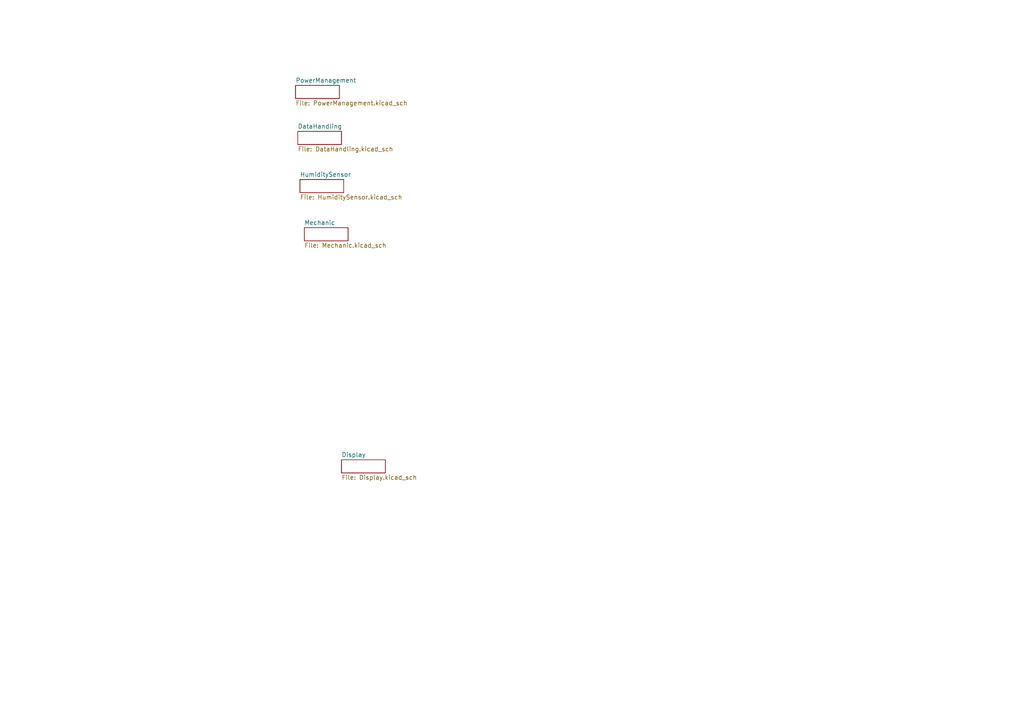
<source format=kicad_sch>
(kicad_sch
	(version 20250114)
	(generator "eeschema")
	(generator_version "9.0")
	(uuid "1ef241b3-83d7-48ae-bcca-b7d0eea44e63")
	(paper "A4")
	(lib_symbols)
	(sheet
		(at 85.725 24.765)
		(size 12.7 3.81)
		(exclude_from_sim no)
		(in_bom yes)
		(on_board yes)
		(dnp no)
		(fields_autoplaced yes)
		(stroke
			(width 0.1524)
			(type solid)
		)
		(fill
			(color 0 0 0 0.0000)
		)
		(uuid "0c2157b4-5762-411a-834e-73665a569667")
		(property "Sheetname" "PowerManagement"
			(at 85.725 24.0534 0)
			(effects
				(font
					(size 1.27 1.27)
				)
				(justify left bottom)
			)
		)
		(property "Sheetfile" "PowerManagement.kicad_sch"
			(at 85.725 29.1596 0)
			(effects
				(font
					(size 1.27 1.27)
				)
				(justify left top)
			)
		)
		(instances
			(project "PlantWateringDevice"
				(path "/1ef241b3-83d7-48ae-bcca-b7d0eea44e63"
					(page "3")
				)
			)
		)
	)
	(sheet
		(at 88.265 66.04)
		(size 12.7 3.81)
		(exclude_from_sim no)
		(in_bom yes)
		(on_board yes)
		(dnp no)
		(fields_autoplaced yes)
		(stroke
			(width 0.1524)
			(type solid)
		)
		(fill
			(color 0 0 0 0.0000)
		)
		(uuid "5562fc2a-f523-4fb1-93b9-4e5761871338")
		(property "Sheetname" "Mechanic"
			(at 88.265 65.3284 0)
			(effects
				(font
					(size 1.27 1.27)
				)
				(justify left bottom)
			)
		)
		(property "Sheetfile" "Mechanic.kicad_sch"
			(at 88.265 70.4346 0)
			(effects
				(font
					(size 1.27 1.27)
				)
				(justify left top)
			)
		)
		(instances
			(project "PlantWateringDevice"
				(path "/1ef241b3-83d7-48ae-bcca-b7d0eea44e63"
					(page "4")
				)
			)
		)
	)
	(sheet
		(at 86.36 38.1)
		(size 12.7 3.81)
		(exclude_from_sim no)
		(in_bom yes)
		(on_board yes)
		(dnp no)
		(fields_autoplaced yes)
		(stroke
			(width 0.1524)
			(type solid)
		)
		(fill
			(color 0 0 0 0.0000)
		)
		(uuid "774c5e66-df25-4246-b332-f6d1db12f11e")
		(property "Sheetname" "DataHandling"
			(at 86.36 37.3884 0)
			(effects
				(font
					(size 1.27 1.27)
				)
				(justify left bottom)
			)
		)
		(property "Sheetfile" "DataHandling.kicad_sch"
			(at 86.36 42.4946 0)
			(effects
				(font
					(size 1.27 1.27)
				)
				(justify left top)
			)
		)
		(instances
			(project "PlantWateringDevice"
				(path "/1ef241b3-83d7-48ae-bcca-b7d0eea44e63"
					(page "5")
				)
			)
		)
	)
	(sheet
		(at 86.995 52.07)
		(size 12.7 3.81)
		(exclude_from_sim no)
		(in_bom yes)
		(on_board yes)
		(dnp no)
		(fields_autoplaced yes)
		(stroke
			(width 0.1524)
			(type solid)
		)
		(fill
			(color 0 0 0 0.0000)
		)
		(uuid "88b4978f-8f13-4520-947f-d4cf07493652")
		(property "Sheetname" "HumiditySensor"
			(at 86.995 51.3584 0)
			(effects
				(font
					(size 1.27 1.27)
				)
				(justify left bottom)
			)
		)
		(property "Sheetfile" "HumiditySensor.kicad_sch"
			(at 86.995 56.4646 0)
			(effects
				(font
					(size 1.27 1.27)
				)
				(justify left top)
			)
		)
		(instances
			(project "PlantWateringDevice"
				(path "/1ef241b3-83d7-48ae-bcca-b7d0eea44e63"
					(page "2")
				)
			)
		)
	)
	(sheet
		(at 99.06 133.35)
		(size 12.7 3.81)
		(exclude_from_sim no)
		(in_bom yes)
		(on_board yes)
		(dnp no)
		(fields_autoplaced yes)
		(stroke
			(width 0.1524)
			(type solid)
		)
		(fill
			(color 0 0 0 0.0000)
		)
		(uuid "d76ecc7e-66e3-47dc-9ce8-30fb2403ed3e")
		(property "Sheetname" "Display"
			(at 99.06 132.6384 0)
			(effects
				(font
					(size 1.27 1.27)
				)
				(justify left bottom)
			)
		)
		(property "Sheetfile" "Display.kicad_sch"
			(at 99.06 137.7446 0)
			(effects
				(font
					(size 1.27 1.27)
				)
				(justify left top)
			)
		)
		(instances
			(project "PlantWateringDevice"
				(path "/1ef241b3-83d7-48ae-bcca-b7d0eea44e63"
					(page "8")
				)
			)
		)
	)
	(sheet_instances
		(path "/"
			(page "1")
		)
	)
	(embedded_fonts no)
)

</source>
